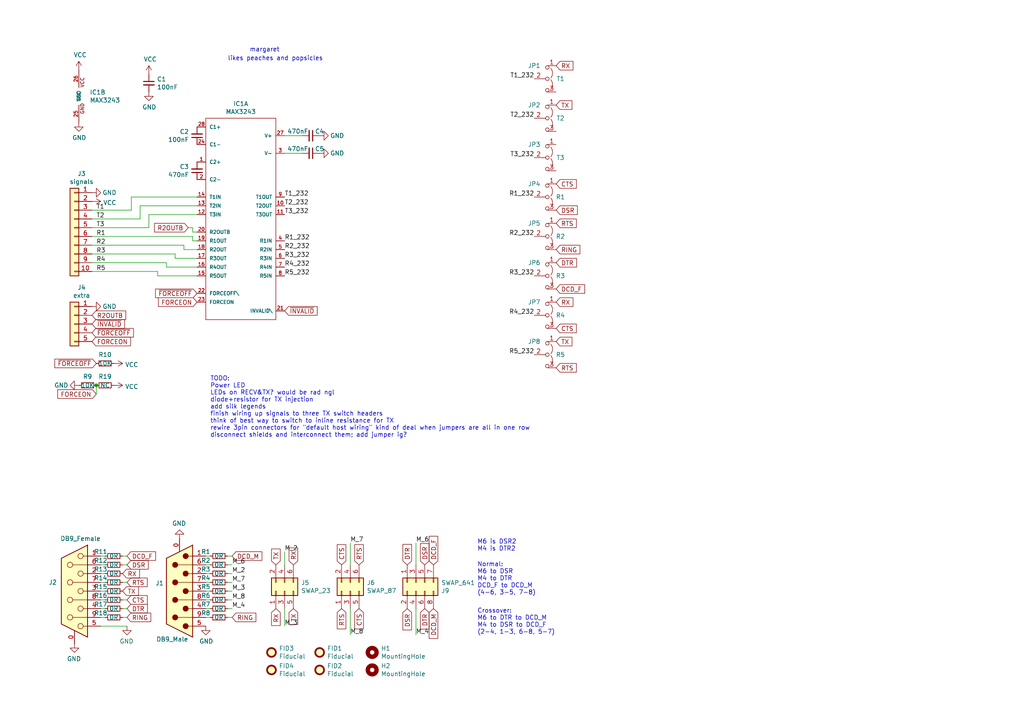
<source format=kicad_sch>
(kicad_sch (version 20230121) (generator eeschema)
  (paper "A4")
  (lib_symbols
    (symbol "Connector_Generic:Conn_01x05" (pin_names (offset 1.016) hide)
      (property "Reference" "J" (at 0 7.62 0))
      (property "Value" "Conn_01x05" (at 0 -7.62 0))
      (symbol "Conn_01x05_1_1"
        (rectangle (start -1.27 -4.953) (end 0 -5.207) (stroke (width 0.1524)))
        (rectangle (start -1.27 -2.413) (end 0 -2.667) (stroke (width 0.1524)))
        (rectangle (start -1.27 0.127) (end 0 -0.127) (stroke (width 0.1524)))
        (rectangle (start -1.27 2.667) (end 0 2.413) (stroke (width 0.1524)))
        (rectangle (start -1.27 5.207) (end 0 4.953) (stroke (width 0.1524)))
        (rectangle (start -1.27 6.35) (end 1.27 -6.35) (stroke (width 0.254)) (fill (type background)))
        (pin passive line (at -5.08 5.08 0) (length 3.81) (name "Pin_1") (number "1"))
        (pin passive line (at -5.08 2.54 0) (length 3.81) (name "Pin_2") (number "2"))
        (pin passive line (at -5.08 0 0) (length 3.81) (name "Pin_3") (number "3"))
        (pin passive line (at -5.08 -2.54 0) (length 3.81) (name "Pin_4") (number "4"))
        (pin passive line (at -5.08 -5.08 0) (length 3.81) (name "Pin_5") (number "5"))
      )
    )
    (symbol "Connector_Generic:Conn_01x10" (pin_names (offset 1.016) hide)
      (property "Reference" "J" (at 0 12.7 0))
      (property "Value" "Conn_01x10" (at 0 -15.24 0))
      (symbol "Conn_01x10_1_1"
        (rectangle (start -1.27 -12.573) (end 0 -12.827) (stroke (width 0.1524)))
        (rectangle (start -1.27 -10.033) (end 0 -10.287) (stroke (width 0.1524)))
        (rectangle (start -1.27 -7.493) (end 0 -7.747) (stroke (width 0.1524)))
        (rectangle (start -1.27 -4.953) (end 0 -5.207) (stroke (width 0.1524)))
        (rectangle (start -1.27 -2.413) (end 0 -2.667) (stroke (width 0.1524)))
        (rectangle (start -1.27 0.127) (end 0 -0.127) (stroke (width 0.1524)))
        (rectangle (start -1.27 2.667) (end 0 2.413) (stroke (width 0.1524)))
        (rectangle (start -1.27 5.207) (end 0 4.953) (stroke (width 0.1524)))
        (rectangle (start -1.27 7.747) (end 0 7.493) (stroke (width 0.1524)))
        (rectangle (start -1.27 10.287) (end 0 10.033) (stroke (width 0.1524)))
        (rectangle (start -1.27 11.43) (end 1.27 -13.97) (stroke (width 0.254)) (fill (type background)))
        (pin passive line (at -5.08 10.16 0) (length 3.81) (name "Pin_1") (number "1"))
        (pin passive line (at -5.08 -12.7 0) (length 3.81) (name "Pin_10") (number "10"))
        (pin passive line (at -5.08 7.62 0) (length 3.81) (name "Pin_2") (number "2"))
        (pin passive line (at -5.08 5.08 0) (length 3.81) (name "Pin_3") (number "3"))
        (pin passive line (at -5.08 2.54 0) (length 3.81) (name "Pin_4") (number "4"))
        (pin passive line (at -5.08 0 0) (length 3.81) (name "Pin_5") (number "5"))
        (pin passive line (at -5.08 -2.54 0) (length 3.81) (name "Pin_6") (number "6"))
        (pin passive line (at -5.08 -5.08 0) (length 3.81) (name "Pin_7") (number "7"))
        (pin passive line (at -5.08 -7.62 0) (length 3.81) (name "Pin_8") (number "8"))
        (pin passive line (at -5.08 -10.16 0) (length 3.81) (name "Pin_9") (number "9"))
      )
    )
    (symbol "Connector_Generic:Conn_02x03_Odd_Even" (pin_names (offset 1.016) hide)
      (property "Reference" "J" (at 1.27 5.08 0))
      (property "Value" "Conn_02x03_Odd_Even" (at 1.27 -5.08 0))
      (symbol "Conn_02x03_Odd_Even_1_1"
        (rectangle (start -1.27 -2.413) (end 0 -2.667) (stroke (width 0.1524)))
        (rectangle (start -1.27 0.127) (end 0 -0.127) (stroke (width 0.1524)))
        (rectangle (start -1.27 2.667) (end 0 2.413) (stroke (width 0.1524)))
        (rectangle (start -1.27 3.81) (end 3.81 -3.81) (stroke (width 0.254)) (fill (type background)))
        (rectangle (start 3.81 -2.413) (end 2.54 -2.667) (stroke (width 0.1524)))
        (rectangle (start 3.81 0.127) (end 2.54 -0.127) (stroke (width 0.1524)))
        (rectangle (start 3.81 2.667) (end 2.54 2.413) (stroke (width 0.1524)))
        (pin passive line (at -5.08 2.54 0) (length 3.81) (name "Pin_1") (number "1"))
        (pin passive line (at 7.62 2.54 180) (length 3.81) (name "Pin_2") (number "2"))
        (pin passive line (at -5.08 0 0) (length 3.81) (name "Pin_3") (number "3"))
        (pin passive line (at 7.62 0 180) (length 3.81) (name "Pin_4") (number "4"))
        (pin passive line (at -5.08 -2.54 0) (length 3.81) (name "Pin_5") (number "5"))
        (pin passive line (at 7.62 -2.54 180) (length 3.81) (name "Pin_6") (number "6"))
      )
    )
    (symbol "Connector_Generic:Conn_02x04_Odd_Even" (pin_names (offset 1.016) hide)
      (property "Reference" "J" (at 1.27 5.08 0))
      (property "Value" "Conn_02x04_Odd_Even" (at 1.27 -7.62 0))
      (symbol "Conn_02x04_Odd_Even_1_1"
        (rectangle (start -1.27 -4.953) (end 0 -5.207) (stroke (width 0.1524)))
        (rectangle (start -1.27 -2.413) (end 0 -2.667) (stroke (width 0.1524)))
        (rectangle (start -1.27 0.127) (end 0 -0.127) (stroke (width 0.1524)))
        (rectangle (start -1.27 2.667) (end 0 2.413) (stroke (width 0.1524)))
        (rectangle (start -1.27 3.81) (end 3.81 -6.35) (stroke (width 0.254)) (fill (type background)))
        (rectangle (start 3.81 -4.953) (end 2.54 -5.207) (stroke (width 0.1524)))
        (rectangle (start 3.81 -2.413) (end 2.54 -2.667) (stroke (width 0.1524)))
        (rectangle (start 3.81 0.127) (end 2.54 -0.127) (stroke (width 0.1524)))
        (rectangle (start 3.81 2.667) (end 2.54 2.413) (stroke (width 0.1524)))
        (pin passive line (at -5.08 2.54 0) (length 3.81) (name "Pin_1") (number "1"))
        (pin passive line (at 7.62 2.54 180) (length 3.81) (name "Pin_2") (number "2"))
        (pin passive line (at -5.08 0 0) (length 3.81) (name "Pin_3") (number "3"))
        (pin passive line (at 7.62 0 180) (length 3.81) (name "Pin_4") (number "4"))
        (pin passive line (at -5.08 -2.54 0) (length 3.81) (name "Pin_5") (number "5"))
        (pin passive line (at 7.62 -2.54 180) (length 3.81) (name "Pin_6") (number "6"))
        (pin passive line (at -5.08 -5.08 0) (length 3.81) (name "Pin_7") (number "7"))
        (pin passive line (at 7.62 -5.08 180) (length 3.81) (name "Pin_8") (number "8"))
      )
    )
    (symbol "Device:C_Small" (pin_numbers hide) (pin_names (offset 0.254) hide)
      (property "Reference" "C" (at 0.254 1.778 0))
      (property "Value" "C_Small" (at 0.254 -2.032 0))
      (symbol "C_Small_0_1"
        (polyline (pts (xy -1.524 -0.508) (xy 1.524 -0.508)) (stroke (width 0.3302)))
        (polyline (pts (xy -1.524 0.508) (xy 1.524 0.508)) (stroke (width 0.3048)))
      )
      (symbol "C_Small_1_1"
        (pin passive line (at 0 2.54 270) (length 2.032) (name "~") (number "1"))
        (pin passive line (at 0 -2.54 90) (length 2.032) (name "~") (number "2"))
      )
    )
    (symbol "Device:R_Small" (pin_numbers hide) (pin_names (offset 0.254) hide)
      (property "Reference" "R" (at 0.762 0.508 0))
      (property "Value" "R_Small" (at 0.762 -1.016 0))
      (symbol "R_Small_0_1"
        (rectangle (start -0.762 1.778) (end 0.762 -1.778) (stroke (width 0.2032)))
      )
      (symbol "R_Small_1_1"
        (pin passive line (at 0 2.54 270) (length 0.762) (name "~") (number "1"))
        (pin passive line (at 0 -2.54 90) (length 0.762) (name "~") (number "2"))
      )
    )
    (symbol "Mechanical:Fiducial"
      (property "Reference" "FID" (at 0 5.08 0))
      (property "Value" "Fiducial" (at 0 3.175 0))
      (symbol "Fiducial_0_1"
        (circle (center 0 0) (radius 1.27) (stroke (width 0.508)) (fill (type background)))
      )
    )
    (symbol "Mechanical:MountingHole" (pin_names (offset 1.016))
      (property "Reference" "H" (at 0 5.08 0))
      (property "Value" "MountingHole" (at 0 3.175 0))
      (symbol "MountingHole_0_1"
        (circle (center 0 0) (radius 1.27) (stroke (width 1.27)))
      )
    )
    (symbol "jumper_3_sane:Jumper_3_Open" (pin_names (offset 0) hide)
      (property "Reference" "JP" (at -2.54 -3.81 90))
      (property "Value" "Jumper_3_Open" (at 0 8.89 90))
      (symbol "Jumper_3_Open_0_0"
        (circle (center -3.302 0) (radius 0.508))
        (circle (center 0 0) (radius 0.508))
        (circle (center 3.302 0) (radius 0.508))
      )
      (symbol "Jumper_3_Open_0_1"
        (arc (start -0.254 1.016) (mid -1.651 1.4992) (end -3.048 1.016))
        (polyline (pts (xy 0 -0.508) (xy 0 -1.27)))
        (arc (start 3.048 1.016) (mid 1.651 1.4992) (end 0.254 1.016))
      )
      (symbol "Jumper_3_Open_1_1"
        (pin passive line (at -3.81 2.54 270) (length 2.54) (name "A") (number "1"))
        (pin input line (at 0 -3.81 90) (length 2.54) (name "C") (number "2"))
        (pin passive line (at 3.81 2.54 270) (length 2.54) (name "B") (number "3"))
      )
    )
    (symbol "max3243:MAX3243" (pin_names (offset 1.016))
      (property "Reference" "IC" (at -10.16 28.575 0))
      (property "Value" "MAX3243" (at -10.16 -33.02 0))
      (symbol "MAX3243_1_0"
        (polyline (pts (xy -10.16 27.94) (xy -10.16 -30.48)))
        (polyline (pts (xy -10.16 27.94) (xy 10.16 27.94)))
        (polyline (pts (xy 10.16 -30.48) (xy -10.16 -30.48)))
        (polyline (pts (xy 10.16 -30.48) (xy 10.16 27.94)))
      )
      (symbol "MAX3243_1_1"
        (pin passive line (at -12.7 15.24 0) (length 2.54) (name "C2+") (number "1"))
        (pin output line (at 12.7 2.54 180) (length 2.54) (name "T2OUT") (number "10"))
        (pin output line (at 12.7 0 180) (length 2.54) (name "T3OUT") (number "11"))
        (pin input line (at -12.7 0 0) (length 2.54) (name "T3IN") (number "12"))
        (pin input line (at -12.7 2.54 0) (length 2.54) (name "T2IN") (number "13"))
        (pin input line (at -12.7 5.08 0) (length 2.54) (name "T1IN") (number "14"))
        (pin output line (at -12.7 -17.78 0) (length 2.54) (name "R5OUT") (number "15"))
        (pin output line (at -12.7 -15.24 0) (length 2.54) (name "R4OUT") (number "16"))
        (pin output line (at -12.7 -12.7 0) (length 2.54) (name "R3OUT") (number "17"))
        (pin output line (at -12.7 -10.16 0) (length 2.54) (name "R2OUT") (number "18"))
        (pin output line (at -12.7 -7.62 0) (length 2.54) (name "R1OUT") (number "19"))
        (pin passive line (at -12.7 10.16 0) (length 2.54) (name "C2-") (number "2"))
        (pin output line (at -12.7 -5.08 0) (length 2.54) (name "R2OUTB") (number "20"))
        (pin input line (at 12.7 -27.94 180) (length 2.54) (name "INVALID\\") (number "21"))
        (pin input line (at -12.7 -22.86 0) (length 2.54) (name "FORCEOFF\\") (number "22"))
        (pin input line (at -12.7 -25.4 0) (length 2.54) (name "FORCEON") (number "23"))
        (pin passive line (at -12.7 20.32 0) (length 2.54) (name "C1-") (number "24"))
        (pin passive line (at 12.7 22.86 180) (length 2.54) (name "V+") (number "27"))
        (pin passive line (at -12.7 25.4 0) (length 2.54) (name "C1+") (number "28"))
        (pin passive line (at 12.7 17.78 180) (length 2.54) (name "V-") (number "3"))
        (pin input line (at 12.7 -7.62 180) (length 2.54) (name "R1IN") (number "4"))
        (pin input line (at 12.7 -10.16 180) (length 2.54) (name "R2IN") (number "5"))
        (pin input line (at 12.7 -12.7 180) (length 2.54) (name "R3IN") (number "6"))
        (pin input line (at 12.7 -15.24 180) (length 2.54) (name "R4IN") (number "7"))
        (pin input line (at 12.7 -17.78 180) (length 2.54) (name "R5IN") (number "8"))
        (pin output line (at 12.7 5.08 180) (length 2.54) (name "T1OUT") (number "9"))
      )
      (symbol "MAX3243_2_0"
        (text "GND" (at 1.016 -3.556 1) (effects (font (size 1.016 1.016))))
        (text "VCC" (at 1.016 4.064 1) (effects (font (size 1.016 1.016))))
      )
      (symbol "MAX3243_2_1"
        (pin power_in line (at 0 -7.62 90) (length 5.08) (name "GND") (number "25"))
        (pin power_in line (at 0 7.62 270) (length 5.08) (name "VCC") (number "26"))
      )
    )
    (symbol "power:GND" (power) (pin_names (offset 0))
      (property "Value" "GND" (at 0 -3.81 0))
      (symbol "GND_0_1"
        (polyline (pts (xy 0 0) (xy 0 -1.27) (xy 1.27 -1.27) (xy 0 -2.54) (xy -1.27 -1.27) (xy 0 -1.27)))
      )
      (symbol "GND_1_1"
        (pin power_in line (at 0 0 270) (length 0) hide (name "GND") (number "1"))
      )
    )
    (symbol "power:VCC" (power) (pin_names (offset 0))
      (property "Value" "VCC" (at 0 3.81 0))
      (symbol "VCC_0_1"
        (polyline (pts (xy -0.762 1.27) (xy 0 2.54)))
        (polyline (pts (xy 0 0) (xy 0 2.54)))
        (polyline (pts (xy 0 2.54) (xy 0.762 1.27)))
      )
      (symbol "VCC_1_1"
        (pin power_in line (at 0 0 90) (length 0) hide (name "VCC") (number "1"))
      )
    )
    (symbol "rs232_sniffer_board-rescue:DB9_Female_MountingHoles-Connector" (pin_names (offset 1.016) hide)
      (property "Reference" "J" (at 0 16.51 0))
      (property "Value" "Connector_DB9_Female_MountingHoles" (at 0 14.605 0))
      (symbol "DB9_Female_MountingHoles-Connector_0_1"
        (circle (center -1.778 -10.16) (radius 0.762))
        (circle (center -1.778 -5.08) (radius 0.762))
        (circle (center -1.778 0) (radius 0.762))
        (circle (center -1.778 5.08) (radius 0.762))
        (circle (center -1.778 10.16) (radius 0.762))
        (polyline (pts (xy -3.81 -10.16) (xy -2.54 -10.16)))
        (polyline (pts (xy -3.81 -7.62) (xy 0.508 -7.62)))
        (polyline (pts (xy -3.81 -5.08) (xy -2.54 -5.08)))
        (polyline (pts (xy -3.81 -2.54) (xy 0.508 -2.54)))
        (polyline (pts (xy -3.81 0) (xy -2.54 0)))
        (polyline (pts (xy -3.81 2.54) (xy 0.508 2.54)))
        (polyline (pts (xy -3.81 5.08) (xy -2.54 5.08)))
        (polyline (pts (xy -3.81 7.62) (xy 0.508 7.62)))
        (polyline (pts (xy -3.81 10.16) (xy -2.54 10.16)))
        (polyline (pts (xy -3.81 13.335) (xy -3.81 -13.335) (xy 3.81 -9.525) (xy 3.81 9.525) (xy -3.81 13.335)) (stroke (width 0.254)) (fill (type background)))
        (circle (center 1.27 -7.62) (radius 0.762))
        (circle (center 1.27 -2.54) (radius 0.762))
        (circle (center 1.27 2.54) (radius 0.762))
        (circle (center 1.27 7.62) (radius 0.762))
      )
      (symbol "DB9_Female_MountingHoles-Connector_1_1"
        (pin passive line (at 0 -15.24 90) (length 3.81) (name "PAD") (number "0"))
        (pin passive line (at -7.62 10.16 0) (length 3.81) (name "1") (number "1"))
        (pin passive line (at -7.62 5.08 0) (length 3.81) (name "2") (number "2"))
        (pin passive line (at -7.62 0 0) (length 3.81) (name "3") (number "3"))
        (pin passive line (at -7.62 -5.08 0) (length 3.81) (name "4") (number "4"))
        (pin passive line (at -7.62 -10.16 0) (length 3.81) (name "5") (number "5"))
        (pin passive line (at -7.62 7.62 0) (length 3.81) (name "6") (number "6"))
        (pin passive line (at -7.62 2.54 0) (length 3.81) (name "7") (number "7"))
        (pin passive line (at -7.62 -2.54 0) (length 3.81) (name "8") (number "8"))
        (pin passive line (at -7.62 -7.62 0) (length 3.81) (name "9") (number "9"))
      )
    )
    (symbol "rs232_sniffer_board-rescue:DB9_Male_MountingHoles-Connector" (pin_names (offset 1.016) hide)
      (property "Reference" "J" (at 0 16.51 0))
      (property "Value" "Connector_DB9_Male_MountingHoles" (at 0 14.605 0))
      (symbol "DB9_Male_MountingHoles-Connector_0_1"
        (circle (center -1.778 -10.16) (radius 0.762) (fill (type outline)))
        (circle (center -1.778 -5.08) (radius 0.762) (fill (type outline)))
        (circle (center -1.778 0) (radius 0.762) (fill (type outline)))
        (circle (center -1.778 5.08) (radius 0.762) (fill (type outline)))
        (circle (center -1.778 10.16) (radius 0.762) (fill (type outline)))
        (polyline (pts (xy -3.81 -10.16) (xy -2.54 -10.16)))
        (polyline (pts (xy -3.81 -7.62) (xy 0.508 -7.62)))
        (polyline (pts (xy -3.81 -5.08) (xy -2.54 -5.08)))
        (polyline (pts (xy -3.81 -2.54) (xy 0.508 -2.54)))
        (polyline (pts (xy -3.81 0) (xy -2.54 0)))
        (polyline (pts (xy -3.81 2.54) (xy 0.508 2.54)))
        (polyline (pts (xy -3.81 5.08) (xy -2.54 5.08)))
        (polyline (pts (xy -3.81 7.62) (xy 0.508 7.62)))
        (polyline (pts (xy -3.81 10.16) (xy -2.54 10.16)))
        (polyline (pts (xy -3.81 -13.335) (xy -3.81 13.335) (xy 3.81 9.525) (xy 3.81 -9.525) (xy -3.81 -13.335)) (stroke (width 0.254)) (fill (type background)))
        (circle (center 1.27 -7.62) (radius 0.762) (fill (type outline)))
        (circle (center 1.27 -2.54) (radius 0.762) (fill (type outline)))
        (circle (center 1.27 2.54) (radius 0.762) (fill (type outline)))
        (circle (center 1.27 7.62) (radius 0.762) (fill (type outline)))
      )
      (symbol "DB9_Male_MountingHoles-Connector_1_1"
        (pin passive line (at 0 -15.24 90) (length 3.81) (name "PAD") (number "0"))
        (pin passive line (at -7.62 -10.16 0) (length 3.81) (name "1") (number "1"))
        (pin passive line (at -7.62 -5.08 0) (length 3.81) (name "2") (number "2"))
        (pin passive line (at -7.62 0 0) (length 3.81) (name "3") (number "3"))
        (pin passive line (at -7.62 5.08 0) (length 3.81) (name "4") (number "4"))
        (pin passive line (at -7.62 10.16 0) (length 3.81) (name "5") (number "5"))
        (pin passive line (at -7.62 -7.62 0) (length 3.81) (name "6") (number "6"))
        (pin passive line (at -7.62 -2.54 0) (length 3.81) (name "7") (number "7"))
        (pin passive line (at -7.62 2.54 0) (length 3.81) (name "8") (number "8"))
        (pin passive line (at -7.62 7.62 0) (length 3.81) (name "9") (number "9"))
      )
    )
  )
  (junction (at 27.94 111.76))
  (wire (pts (xy 43.18 62.23) (xy 57.15 62.23)))
  (wire (pts (xy 26.67 73.66) (xy 50.8 73.66)))
  (wire (pts (xy 36.83 176.53) (xy 35.56 176.53)))
  (wire (pts (xy 48.26 76.2) (xy 48.26 77.47)))
  (wire (pts (xy 26.67 60.96) (xy 38.1 60.96)))
  (wire (pts (xy 30.48 166.37) (xy 29.21 166.37)))
  (wire (pts (xy 60.96 168.91) (xy 59.69 168.91)))
  (wire (pts (xy 82.55 181.61) (xy 82.55 176.53)))
  (wire (pts (xy 29.21 179.07) (xy 30.48 179.07)))
  (wire (pts (xy 60.96 173.99) (xy 59.69 173.99)))
  (wire (pts (xy 43.18 66.04) (xy 43.18 62.23)))
  (wire (pts (xy 29.21 163.83) (xy 30.48 163.83)))
  (wire (pts (xy 60.96 163.83) (xy 59.69 163.83)))
  (wire (pts (xy 53.34 71.12) (xy 53.34 72.39)))
  (wire (pts (xy 54.61 66.04) (xy 55.88 66.04)))
  (wire (pts (xy 59.69 166.37) (xy 60.96 166.37)))
  (wire (pts (xy 66.04 161.29) (xy 67.31 161.29)))
  (wire (pts (xy 67.31 173.99) (xy 66.04 173.99)))
  (wire (pts (xy 38.1 57.15) (xy 57.15 57.15)))
  (wire (pts (xy 55.88 66.04) (xy 55.88 67.31)))
  (wire (pts (xy 40.64 59.69) (xy 40.64 63.5)))
  (wire (pts (xy 120.65 176.53) (xy 120.65 184.15)))
  (wire (pts (xy 35.56 173.99) (xy 36.83 173.99)))
  (wire (pts (xy 120.65 163.83) (xy 120.65 157.48)))
  (wire (pts (xy 35.56 163.83) (xy 36.83 163.83)))
  (wire (pts (xy 38.1 60.96) (xy 38.1 57.15)))
  (wire (pts (xy 59.69 176.53) (xy 60.96 176.53)))
  (wire (pts (xy 30.48 161.29) (xy 29.21 161.29)))
  (wire (pts (xy 29.21 173.99) (xy 30.48 173.99)))
  (wire (pts (xy 82.55 44.45) (xy 87.63 44.45)))
  (wire (pts (xy 66.04 166.37) (xy 67.31 166.37)))
  (wire (pts (xy 59.69 161.29) (xy 60.96 161.29)))
  (wire (pts (xy 66.04 176.53) (xy 67.31 176.53)))
  (wire (pts (xy 35.56 179.07) (xy 36.83 179.07)))
  (wire (pts (xy 29.21 168.91) (xy 30.48 168.91)))
  (wire (pts (xy 82.55 163.83) (xy 82.55 160.02)))
  (wire (pts (xy 101.6 176.53) (xy 101.6 184.15)))
  (wire (pts (xy 26.67 76.2) (xy 48.26 76.2)))
  (wire (pts (xy 101.6 157.48) (xy 101.6 163.83)))
  (wire (pts (xy 66.04 171.45) (xy 67.31 171.45)))
  (wire (pts (xy 55.88 67.31) (xy 57.15 67.31)))
  (wire (pts (xy 59.69 171.45) (xy 60.96 171.45)))
  (wire (pts (xy 26.67 66.04) (xy 43.18 66.04)))
  (wire (pts (xy 55.88 69.85) (xy 57.15 69.85)))
  (wire (pts (xy 53.34 72.39) (xy 57.15 72.39)))
  (wire (pts (xy 67.31 168.91) (xy 66.04 168.91)))
  (wire (pts (xy 40.64 59.69) (xy 57.15 59.69)))
  (wire (pts (xy 30.48 171.45) (xy 29.21 171.45)))
  (wire (pts (xy 36.83 181.61) (xy 29.21 181.61)))
  (wire (pts (xy 48.26 77.47) (xy 57.15 77.47)))
  (wire (pts (xy 67.31 163.83) (xy 66.04 163.83)))
  (wire (pts (xy 26.67 68.58) (xy 55.88 68.58)))
  (wire (pts (xy 45.72 80.01) (xy 57.15 80.01)))
  (wire (pts (xy 45.72 78.74) (xy 45.72 80.01)))
  (wire (pts (xy 26.67 71.12) (xy 53.34 71.12)))
  (wire (pts (xy 60.96 179.07) (xy 59.69 179.07)))
  (wire (pts (xy 50.8 73.66) (xy 50.8 74.93)))
  (wire (pts (xy 50.8 74.93) (xy 57.15 74.93)))
  (wire (pts (xy 27.94 114.3) (xy 27.94 111.76)))
  (wire (pts (xy 40.64 63.5) (xy 26.67 63.5)))
  (wire (pts (xy 67.31 179.07) (xy 66.04 179.07)))
  (wire (pts (xy 30.48 176.53) (xy 29.21 176.53)))
  (wire (pts (xy 87.63 39.37) (xy 82.55 39.37)))
  (wire (pts (xy 35.56 168.91) (xy 36.83 168.91)))
  (wire (pts (xy 26.67 78.74) (xy 45.72 78.74)))
  (wire (pts (xy 36.83 161.29) (xy 35.56 161.29)))
  (wire (pts (xy 55.88 68.58) (xy 55.88 69.85)))
  (text "margaret" (at 72.39 15.24 0) (effects (font (size 1.27 1.27)) (justify left bottom)))
  (text "Crossover:\nM6 to DTR to DCD_M\nM4 to DSR to DCD_F\n(2-4, 1-3, 6-8, 5-7)" (at 138.43 184.15 0) (effects (font (size 1.27 1.27)) (justify left bottom)))
  (text "M6 is DSR2\nM4 is DTR2" (at 138.43 160.02 0) (effects (font (size 1.27 1.27)) (justify left bottom)))
  (text "TODO:\nPower LED\nLEDs on RECV&TX? would be rad ngl\ndiode+resistor for TX injection\nadd silk legends\nfinish wiring up signals to three TX switch headers\nthink of best way to switch to inline resistance for TX\nrewire 3pin connectors for \"default host wiring\" kind of deal when jumpers are all in one row\ndisconnect shields and interconnect them; add jumper ig?" (at 60.96 127 0) (effects (font (size 1.27 1.27)) (justify left bottom)))
  (text "likes peaches and popsicles" (at 66.04 17.78 0) (effects (font (size 1.27 1.27)) (justify left bottom)))
  (text "Normal:\nM6 to DSR\nM4 to DTR\nDCD_F to DCD_M\n(4-6, 3-5, 7-8)" (at 138.43 172.72 0) (effects (font (size 1.27 1.27)) (justify left bottom)))
  (label "M_6" (at 120.65 157.48 0))
  (label "R4" (at 27.94 76.2 0))
  (label "M_2" (at 82.55 160.02 0))
  (label "M_7" (at 101.6 157.48 0))
  (label "R3_232" (at 154.94 80.01 180))
  (label "M_8" (at 101.6 184.15 0))
  (label "R4_232" (at 82.55 77.47 0))
  (label "T3_232" (at 154.94 45.72 180))
  (label "R2_232" (at 154.94 68.58 180))
  (label "R3" (at 27.94 73.66 0))
  (label "M_2" (at 67.31 166.37 0))
  (label "M_4" (at 120.65 184.15 0))
  (label "M_3" (at 82.55 181.61 0))
  (label "T2_232" (at 154.94 34.29 180))
  (label "R1" (at 27.94 68.58 0))
  (label "T3" (at 27.94 66.04 0))
  (label "T1_232" (at 154.94 22.86 180))
  (label "M_3" (at 67.31 171.45 0))
  (label "R4_232" (at 154.94 91.44 180))
  (label "T1" (at 27.94 60.96 0))
  (label "M_7" (at 67.31 168.91 0))
  (label "R5_232" (at 82.55 80.01 0))
  (label "M_8" (at 67.31 173.99 0))
  (label "T1_232" (at 82.55 57.15 0))
  (label "R1_232" (at 82.55 69.85 0))
  (label "M_6" (at 67.31 163.83 0))
  (label "R1_232" (at 154.94 57.15 180))
  (label "T2" (at 27.94 63.5 0))
  (label "R2" (at 27.94 71.12 0))
  (label "R5_232" (at 154.94 102.87 180))
  (label "T2_232" (at 82.55 59.69 0))
  (label "R3_232" (at 82.55 74.93 0))
  (label "R2_232" (at 82.55 72.39 0))
  (label "M_4" (at 67.31 176.53 0))
  (label "R5" (at 27.94 78.74 0))
  (label "T3_232" (at 82.55 62.23 0))
  (global_label "RTS" (shape input) (at 104.14 163.83 90) (property "Intersheetrefs" "${INTERSHEET_REFS}" (effects hide)))
  (global_label "~{FORCEOFF}" (shape input) (at 57.15 85.09 180) (property "Intersheetrefs" "${INTERSHEET_REFS}" (effects hide)))
  (global_label "CTS" (shape input) (at 36.83 173.99 0) (property "Intersheetrefs" "${INTERSHEET_REFS}" (effects hide)))
  (global_label "~{FORCEOFF}" (shape input) (at 26.67 96.52 0) (property "Intersheetrefs" "${INTERSHEET_REFS}" (effects hide)))
  (global_label "RX" (shape input) (at 85.09 163.83 90) (property "Intersheetrefs" "${INTERSHEET_REFS}" (effects hide)))
  (global_label "~{INVALID}" (shape input) (at 26.67 93.98 0) (property "Intersheetrefs" "${INTERSHEET_REFS}" (effects hide)))
  (global_label "FORCEON" (shape input) (at 57.15 87.63 180) (property "Intersheetrefs" "${INTERSHEET_REFS}" (effects hide)))
  (global_label "RTS" (shape input) (at 161.29 106.68 0) (property "Intersheetrefs" "${INTERSHEET_REFS}" (effects hide)))
  (global_label "DCD_F" (shape input) (at 36.83 161.29 0) (property "Intersheetrefs" "${INTERSHEET_REFS}" (effects hide)))
  (global_label "~{FORCEOFF}" (shape input) (at 27.94 105.41 180) (property "Intersheetrefs" "${INTERSHEET_REFS}" (effects hide)))
  (global_label "FORCEON" (shape input) (at 27.94 114.3 180) (property "Intersheetrefs" "${INTERSHEET_REFS}" (effects hide)))
  (global_label "CTS" (shape input) (at 161.29 95.25 0) (property "Intersheetrefs" "${INTERSHEET_REFS}" (effects hide)))
  (global_label "DSR" (shape input) (at 36.83 163.83 0) (property "Intersheetrefs" "${INTERSHEET_REFS}" (effects hide)))
  (global_label "CTS" (shape input) (at 104.14 176.53 270) (property "Intersheetrefs" "${INTERSHEET_REFS}" (effects hide)))
  (global_label "RX" (shape input) (at 35.56 166.37 0) (property "Intersheetrefs" "${INTERSHEET_REFS}" (effects hide)))
  (global_label "TX" (shape input) (at 35.56 171.45 0) (property "Intersheetrefs" "${INTERSHEET_REFS}" (effects hide)))
  (global_label "RING" (shape input) (at 161.29 72.39 0) (property "Intersheetrefs" "${INTERSHEET_REFS}" (effects hide)))
  (global_label "R2OUTB" (shape input) (at 54.61 66.04 180) (property "Intersheetrefs" "${INTERSHEET_REFS}" (effects hide)))
  (global_label "CTS" (shape input) (at 161.29 53.34 0) (property "Intersheetrefs" "${INTERSHEET_REFS}" (effects hide)))
  (global_label "RTS" (shape input) (at 161.29 64.77 0) (property "Intersheetrefs" "${INTERSHEET_REFS}" (effects hide)))
  (global_label "RX" (shape input) (at 80.01 176.53 270) (property "Intersheetrefs" "${INTERSHEET_REFS}" (effects hide)))
  (global_label "DCD_F" (shape input) (at 125.73 163.83 90) (property "Intersheetrefs" "${INTERSHEET_REFS}" (effects hide)))
  (global_label "RING" (shape input) (at 36.83 179.07 0) (property "Intersheetrefs" "${INTERSHEET_REFS}" (effects hide)))
  (global_label "R2OUTB" (shape input) (at 26.67 91.44 0) (property "Intersheetrefs" "${INTERSHEET_REFS}" (effects hide)))
  (global_label "RING" (shape input) (at 67.31 179.07 0) (property "Intersheetrefs" "${INTERSHEET_REFS}" (effects hide)))
  (global_label "CTS" (shape input) (at 99.06 163.83 90) (property "Intersheetrefs" "${INTERSHEET_REFS}" (effects hide)))
  (global_label "TX" (shape input) (at 161.29 30.48 0) (property "Intersheetrefs" "${INTERSHEET_REFS}" (effects hide)))
  (global_label "TX" (shape input) (at 161.29 99.06 0) (property "Intersheetrefs" "${INTERSHEET_REFS}" (effects hide)))
  (global_label "DSR" (shape input) (at 118.11 176.53 270) (property "Intersheetrefs" "${INTERSHEET_REFS}" (effects hide)))
  (global_label "DTR" (shape input) (at 123.19 176.53 270) (property "Intersheetrefs" "${INTERSHEET_REFS}" (effects hide)))
  (global_label "DCD_F" (shape input) (at 161.29 83.82 0) (property "Intersheetrefs" "${INTERSHEET_REFS}" (effects hide)))
  (global_label "~{INVALID}" (shape input) (at 82.55 90.17 0) (property "Intersheetrefs" "${INTERSHEET_REFS}" (effects hide)))
  (global_label "RX" (shape input) (at 161.29 87.63 0) (property "Intersheetrefs" "${INTERSHEET_REFS}" (effects hide)))
  (global_label "DCD_M" (shape input) (at 67.31 161.29 0) (property "Intersheetrefs" "${INTERSHEET_REFS}" (effects hide)))
  (global_label "TX" (shape input) (at 80.01 163.83 90) (property "Intersheetrefs" "${INTERSHEET_REFS}" (effects hide)))
  (global_label "DSR" (shape input) (at 123.19 163.83 90) (property "Intersheetrefs" "${INTERSHEET_REFS}" (effects hide)))
  (global_label "RTS" (shape input) (at 99.06 176.53 270) (property "Intersheetrefs" "${INTERSHEET_REFS}" (effects hide)))
  (global_label "DSR" (shape input) (at 161.29 60.96 0) (property "Intersheetrefs" "${INTERSHEET_REFS}" (effects hide)))
  (global_label "RX" (shape input) (at 161.29 19.05 0) (property "Intersheetrefs" "${INTERSHEET_REFS}" (effects hide)))
  (global_label "FORCEON" (shape input) (at 26.67 99.06 0) (property "Intersheetrefs" "${INTERSHEET_REFS}" (effects hide)))
  (global_label "DTR" (shape input) (at 118.11 163.83 90) (property "Intersheetrefs" "${INTERSHEET_REFS}" (effects hide)))
  (global_label "DTR" (shape input) (at 161.29 76.2 0) (property "Intersheetrefs" "${INTERSHEET_REFS}" (effects hide)))
  (global_label "RTS" (shape input) (at 36.83 168.91 0) (property "Intersheetrefs" "${INTERSHEET_REFS}" (effects hide)))
  (global_label "TX" (shape input) (at 85.09 176.53 270) (property "Intersheetrefs" "${INTERSHEET_REFS}" (effects hide)))
  (global_label "DCD_M" (shape input) (at 125.73 176.53 270) (property "Intersheetrefs" "${INTERSHEET_REFS}" (effects hide)))
  (global_label "DTR" (shape input) (at 36.83 176.53 0) (property "Intersheetrefs" "${INTERSHEET_REFS}" (effects hide)))
  (symbol (lib_id "rs232_sniffer_board-rescue:DB9_Female_MountingHoles-Connector") (at 21.59 171.45 0) (mirror y) (unit 1)
    (property "Reference" "J2" (at 16.51 168.91 0) (effects (justify left)))
    (property "Value" "DB9_Female" (at 29.21 156.21 0) (effects (justify left)))
    (property "Footprint" "Connector_Dsub:DSUB-9_Female_Horizontal_P2.77x2.84mm_EdgePinOffset4.94mm_Housed_MountingHolesOffset7.48mm" (effects hide))
    (property "Datasheet" " ~" (effects hide))
  )
  (symbol (lib_id "rs232_sniffer_board-rescue:DB9_Male_MountingHoles-Connector") (at 52.07 171.45 180) (unit 1)
    (property "Reference" "J1" (at 47.498 169.1386 0) (effects (justify left)))
    (property "Value" "DB9_Male" (at 54.61 185.42 0) (effects (justify left)))
    (property "Footprint" "Connector_Dsub:DSUB-9_Male_Horizontal_P2.77x2.84mm_EdgePinOffset4.94mm_Housed_MountingHolesOffset7.48mm" (effects hide))
    (property "Datasheet" " ~" (effects hide))
  )
  (symbol (lib_id "power:GND") (at 59.69 181.61 0) (unit 1)
    (property "Reference" "#PWR0104" (effects hide))
    (property "Value" "GND" (at 59.817 186.0042 0))
  )
  (symbol (lib_id "power:GND") (at 36.83 181.61 0) (mirror y) (unit 1)
    (property "Reference" "#PWR0101" (effects hide))
    (property "Value" "GND" (at 36.703 186.0042 0))
  )
  (symbol (lib_id "power:GND") (at 52.07 156.21 180) (unit 1)
    (property "Reference" "#PWR0102" (effects hide))
    (property "Value" "GND" (at 51.943 151.8158 0))
  )
  (symbol (lib_id "power:GND") (at 21.59 186.69 0) (mirror y) (unit 1)
    (property "Reference" "#PWR0103" (effects hide))
    (property "Value" "GND" (at 21.463 191.0842 0))
  )
  (symbol (lib_id "Device:C_Small") (at 90.17 39.37 270) (unit 1)
    (property "Reference" "C4" (at 92.71 38.1 90))
    (property "Value" "470nF" (at 86.36 38.1 90))
    (property "Footprint" "Capacitor_SMD:C_0805_2012Metric" (effects hide))
  )
  (symbol (lib_id "Device:C_Small") (at 90.17 44.45 270) (unit 1)
    (property "Reference" "C5" (at 92.71 43.18 90))
    (property "Value" "470nF" (at 86.36 43.18 90))
    (property "Footprint" "Capacitor_SMD:C_0805_2012Metric" (effects hide))
  )
  (symbol (lib_id "power:GND") (at 92.71 44.45 90) (unit 1)
    (property "Reference" "#PWR0105" (effects hide))
    (property "Value" "GND" (at 97.79 44.45 90))
  )
  (symbol (lib_id "power:GND") (at 92.71 39.37 90) (unit 1)
    (property "Reference" "#PWR0106" (effects hide))
    (property "Value" "GND" (at 97.79 39.37 90))
  )
  (symbol (lib_id "Device:C_Small") (at 43.18 24.13 0) (unit 1)
    (property "Reference" "C1" (at 45.5168 22.9616 0) (effects (justify left)))
    (property "Value" "100nF" (at 45.5168 25.273 0) (effects (justify left)))
    (property "Footprint" "Capacitor_SMD:C_0805_2012Metric" (effects hide))
  )
  (symbol (lib_id "power:GND") (at 43.18 26.67 0) (unit 1)
    (property "Reference" "#PWR0108" (effects hide))
    (property "Value" "GND" (at 43.307 31.0642 0))
  )
  (symbol (lib_id "Connector_Generic:Conn_02x03_Odd_Even") (at 101.6 171.45 90) (unit 1)
    (property "Reference" "J6" (at 106.3752 169.0116 90) (effects (justify right)))
    (property "Value" "SWAP_87" (at 106.3752 171.323 90) (effects (justify right)))
    (property "Footprint" "Connector_PinHeader_2.54mm:PinHeader_2x03_P2.54mm_Vertical" (effects hide))
  )
  (symbol (lib_id "max3243:MAX3243") (at 69.85 62.23 0) (unit 1)
    (property "Reference" "IC1" (at 69.85 30.099 0))
    (property "Value" "MAX3243" (at 69.85 32.4104 0))
    (property "Footprint" "Package_SO:SSOP-28_5.3x10.2mm_P0.65mm" (effects hide))
  )
  (symbol (lib_id "Connector_Generic:Conn_02x04_Odd_Even") (at 120.65 168.91 90) (mirror x) (unit 1)
    (property "Reference" "J9" (at 127.9652 171.3484 90) (effects (justify right)))
    (property "Value" "SWAP_641" (at 127.9652 169.037 90) (effects (justify right)))
    (property "Footprint" "Connector_PinHeader_2.54mm:PinHeader_2x04_P2.54mm_Vertical" (effects hide))
  )
  (symbol (lib_id "max3243:MAX3243") (at 22.86 27.94 0) (unit 2)
    (property "Reference" "IC1" (at 26.035 26.7716 0) (effects (justify left)))
    (property "Value" "MAX3243" (at 26.035 29.083 0) (effects (justify left)))
    (property "Footprint" "Package_SO:SSOP-28_5.3x10.2mm_P0.65mm" (effects hide))
  )
  (symbol (lib_id "Mechanical:MountingHole") (at 107.95 194.31 0) (unit 1)
    (property "Reference" "H2" (at 110.49 193.1416 0) (effects (justify left)))
    (property "Value" "MountingHole" (at 110.49 195.453 0) (effects (justify left)))
    (property "Footprint" "MountingHole:MountingHole_5mm" (effects hide))
  )
  (symbol (lib_id "Mechanical:Fiducial") (at 92.71 189.23 0) (unit 1)
    (property "Reference" "FID1" (at 94.869 188.0616 0) (effects (justify left)))
    (property "Value" "Fiducial" (at 94.869 190.373 0) (effects (justify left)))
    (property "Footprint" "Fiducial:Fiducial_1.5mm_Mask3mm" (effects hide))
  )
  (symbol (lib_id "Mechanical:MountingHole") (at 107.95 189.23 0) (unit 1)
    (property "Reference" "H1" (at 110.49 188.0616 0) (effects (justify left)))
    (property "Value" "MountingHole" (at 110.49 190.373 0) (effects (justify left)))
    (property "Footprint" "MountingHole:MountingHole_5mm" (effects hide))
  )
  (symbol (lib_id "Mechanical:Fiducial") (at 92.71 194.31 0) (unit 1)
    (property "Reference" "FID2" (at 94.869 193.1416 0) (effects (justify left)))
    (property "Value" "Fiducial" (at 94.869 195.453 0) (effects (justify left)))
    (property "Footprint" "Fiducial:Fiducial_1.5mm_Mask3mm" (effects hide))
  )
  (symbol (lib_id "Mechanical:Fiducial") (at 78.74 189.23 0) (unit 1)
    (property "Reference" "FID3" (at 80.899 188.0616 0) (effects (justify left)))
    (property "Value" "Fiducial" (at 80.899 190.373 0) (effects (justify left)))
    (property "Footprint" "Fiducial:Fiducial_1.5mm_Mask3mm" (effects hide))
  )
  (symbol (lib_id "Mechanical:Fiducial") (at 78.74 194.31 0) (unit 1)
    (property "Reference" "FID4" (at 80.899 193.1416 0) (effects (justify left)))
    (property "Value" "Fiducial" (at 80.899 195.453 0) (effects (justify left)))
    (property "Footprint" "Fiducial:Fiducial_1.5mm_Mask3mm" (effects hide))
  )
  (symbol (lib_id "power:VCC") (at 22.86 20.32 0) (unit 1)
    (property "Reference" "#PWR0107" (effects hide))
    (property "Value" "VCC" (at 23.241 15.9258 0))
  )
  (symbol (lib_id "power:GND") (at 22.86 35.56 0) (unit 1)
    (property "Reference" "#PWR0109" (effects hide))
    (property "Value" "GND" (at 22.987 39.9542 0))
  )
  (symbol (lib_id "Device:C_Small") (at 57.15 39.37 0) (mirror x) (unit 1)
    (property "Reference" "C2" (at 54.8132 38.2016 0) (effects (justify right)))
    (property "Value" "100nF" (at 54.8132 40.513 0) (effects (justify right)))
    (property "Footprint" "Capacitor_SMD:C_0805_2012Metric" (effects hide))
  )
  (symbol (lib_id "Device:C_Small") (at 57.15 49.53 0) (mirror x) (unit 1)
    (property "Reference" "C3" (at 54.8132 48.3616 0) (effects (justify right)))
    (property "Value" "470nF" (at 54.8132 50.673 0) (effects (justify right)))
    (property "Footprint" "Capacitor_SMD:C_0805_2012Metric" (effects hide))
  )
  (symbol (lib_id "Connector_Generic:Conn_01x10") (at 21.59 66.04 0) (mirror y) (unit 1)
    (property "Reference" "J3" (at 23.6728 50.3682 0))
    (property "Value" "signals" (at 23.6728 52.6796 0))
    (property "Footprint" "Connector_PinHeader_2.54mm:PinHeader_1x10_P2.54mm_Vertical" (effects hide))
  )
  (symbol (lib_id "power:VCC") (at 43.18 21.59 0) (unit 1)
    (property "Reference" "#PWR0110" (effects hide))
    (property "Value" "VCC" (at 43.561 17.1958 0))
  )
  (symbol (lib_id "power:VCC") (at 26.67 58.42 270) (unit 1)
    (property "Reference" "#PWR0111" (effects hide))
    (property "Value" "VCC" (at 29.9212 58.801 90) (effects (justify left)))
  )
  (symbol (lib_id "power:GND") (at 26.67 55.88 90) (mirror x) (unit 1)
    (property "Reference" "#PWR0112" (effects hide))
    (property "Value" "GND" (at 31.75 55.88 90))
  )
  (symbol (lib_id "jumper_3_sane:Jumper_3_Open") (at 158.75 22.86 270) (unit 1)
    (property "Reference" "JP1" (at 154.94 19.05 90))
    (property "Value" "T1" (at 162.56 22.86 90))
    (property "Footprint" "Connector_PinHeader_2.54mm:PinHeader_1x03_P2.54mm_Vertical" (effects hide))
  )
  (symbol (lib_id "jumper_3_sane:Jumper_3_Open") (at 158.75 34.29 270) (unit 1)
    (property "Reference" "JP2" (at 154.94 30.48 90))
    (property "Value" "T2" (at 162.56 34.29 90))
    (property "Footprint" "Connector_PinHeader_2.54mm:PinHeader_1x03_P2.54mm_Vertical" (effects hide))
  )
  (symbol (lib_id "jumper_3_sane:Jumper_3_Open") (at 158.75 45.72 270) (unit 1)
    (property "Reference" "JP3" (at 154.94 41.91 90))
    (property "Value" "T3" (at 162.56 45.72 90))
    (property "Footprint" "Connector_PinHeader_2.54mm:PinHeader_1x03_P2.54mm_Vertical" (effects hide))
  )
  (symbol (lib_id "jumper_3_sane:Jumper_3_Open") (at 158.75 57.15 270) (unit 1)
    (property "Reference" "JP4" (at 154.94 53.34 90))
    (property "Value" "R1" (at 162.56 57.15 90))
    (property "Footprint" "Connector_PinHeader_2.54mm:PinHeader_1x03_P2.54mm_Vertical" (effects hide))
  )
  (symbol (lib_id "jumper_3_sane:Jumper_3_Open") (at 158.75 68.58 270) (unit 1)
    (property "Reference" "JP5" (at 154.94 64.77 90))
    (property "Value" "R2" (at 162.56 68.58 90))
    (property "Footprint" "Connector_PinHeader_2.54mm:PinHeader_1x03_P2.54mm_Vertical" (effects hide))
  )
  (symbol (lib_id "jumper_3_sane:Jumper_3_Open") (at 158.75 80.01 270) (unit 1)
    (property "Reference" "JP6" (at 154.94 76.2 90))
    (property "Value" "R3" (at 162.56 80.01 90))
    (property "Footprint" "Connector_PinHeader_2.54mm:PinHeader_1x03_P2.54mm_Vertical" (effects hide))
  )
  (symbol (lib_id "jumper_3_sane:Jumper_3_Open") (at 158.75 91.44 270) (unit 1)
    (property "Reference" "JP7" (at 154.94 87.63 90))
    (property "Value" "R4" (at 162.56 91.44 90))
    (property "Footprint" "Connector_PinHeader_2.54mm:PinHeader_1x03_P2.54mm_Vertical" (effects hide))
  )
  (symbol (lib_id "jumper_3_sane:Jumper_3_Open") (at 158.75 102.87 270) (unit 1)
    (property "Reference" "JP8" (at 154.94 99.06 90))
    (property "Value" "R5" (at 162.56 102.87 90))
    (property "Footprint" "Connector_PinHeader_2.54mm:PinHeader_1x03_P2.54mm_Vertical" (effects hide))
  )
  (symbol (lib_id "Connector_Generic:Conn_01x05") (at 21.59 93.98 0) (mirror y) (unit 1)
    (property "Reference" "J4" (at 23.6728 83.3882 0))
    (property "Value" "extra" (at 23.6728 85.6996 0))
    (property "Footprint" "Connector_PinHeader_2.54mm:PinHeader_1x05_P2.54mm_Vertical" (effects hide))
  )
  (symbol (lib_id "power:GND") (at 26.67 88.9 90) (mirror x) (unit 1)
    (property "Reference" "#PWR0113" (effects hide))
    (property "Value" "GND" (at 31.75 88.9 90))
  )
  (symbol (lib_id "Device:R_Small") (at 30.48 111.76 270) (unit 1)
    (property "Reference" "R19" (at 30.48 109.22 90))
    (property "Value" "NC" (at 30.48 111.76 90))
    (property "Footprint" "Resistor_SMD:R_0805_2012Metric" (effects hide))
  )
  (symbol (lib_id "power:VCC") (at 33.02 111.76 270) (unit 1)
    (property "Reference" "#PWR0114" (effects hide))
    (property "Value" "VCC" (at 36.2712 112.141 90) (effects (justify left)))
  )
  (symbol (lib_id "Device:R_Small") (at 25.4 111.76 90) (unit 1)
    (property "Reference" "R9" (at 25.4 109.22 90))
    (property "Value" "10K" (at 25.4 111.76 90))
    (property "Footprint" "Resistor_SMD:R_0805_2012Metric" (effects hide))
  )
  (symbol (lib_id "power:GND") (at 22.86 111.76 270) (mirror x) (unit 1)
    (property "Reference" "#PWR0115" (effects hide))
    (property "Value" "GND" (at 17.78 111.76 90))
  )
  (symbol (lib_id "Connector_Generic:Conn_02x03_Odd_Even") (at 82.55 171.45 90) (unit 1)
    (property "Reference" "J5" (at 87.3252 169.0116 90) (effects (justify right)))
    (property "Value" "SWAP_23" (at 87.3252 171.323 90) (effects (justify right)))
    (property "Footprint" "Connector_PinHeader_2.54mm:PinHeader_2x03_P2.54mm_Vertical" (effects hide))
  )
  (symbol (lib_id "Device:R_Small") (at 33.02 161.29 90) (mirror x) (unit 1)
    (property "Reference" "R11" (at 29.21 160.02 90))
    (property "Value" "0R" (at 33.02 161.29 90))
    (property "Footprint" "Resistor_SMD:R_0805_2012Metric" (effects hide))
  )
  (symbol (lib_id "Device:R_Small") (at 33.02 163.83 90) (mirror x) (unit 1)
    (property "Reference" "R12" (at 29.21 162.56 90))
    (property "Value" "0R" (at 33.02 163.83 90))
    (property "Footprint" "Resistor_SMD:R_0805_2012Metric" (effects hide))
  )
  (symbol (lib_id "Device:R_Small") (at 33.02 166.37 90) (mirror x) (unit 1)
    (property "Reference" "R13" (at 29.21 165.1 90))
    (property "Value" "0R" (at 33.02 166.37 90))
    (property "Footprint" "Resistor_SMD:R_0805_2012Metric" (effects hide))
  )
  (symbol (lib_id "Device:R_Small") (at 33.02 168.91 90) (mirror x) (unit 1)
    (property "Reference" "R14" (at 29.21 167.64 90))
    (property "Value" "0R" (at 33.02 168.91 90))
    (property "Footprint" "Resistor_SMD:R_0805_2012Metric" (effects hide))
  )
  (symbol (lib_id "Device:R_Small") (at 33.02 171.45 90) (mirror x) (unit 1)
    (property "Reference" "R15" (at 29.21 170.18 90))
    (property "Value" "0R" (at 33.02 171.45 90))
    (property "Footprint" "Resistor_SMD:R_0805_2012Metric" (effects hide))
  )
  (symbol (lib_id "Device:R_Small") (at 33.02 173.99 90) (mirror x) (unit 1)
    (property "Reference" "R16" (at 29.21 172.72 90))
    (property "Value" "0R" (at 33.02 173.99 90))
    (property "Footprint" "Resistor_SMD:R_0805_2012Metric" (effects hide))
  )
  (symbol (lib_id "Device:R_Small") (at 33.02 176.53 90) (mirror x) (unit 1)
    (property "Reference" "R17" (at 29.21 175.26 90))
    (property "Value" "0R" (at 33.02 176.53 90))
    (property "Footprint" "Resistor_SMD:R_0805_2012Metric" (effects hide))
  )
  (symbol (lib_id "Device:R_Small") (at 33.02 179.07 90) (mirror x) (unit 1)
    (property "Reference" "R18" (at 29.21 177.8 90))
    (property "Value" "0R" (at 33.02 179.07 90))
    (property "Footprint" "Resistor_SMD:R_0805_2012Metric" (effects hide))
  )
  (symbol (lib_id "Device:R_Small") (at 30.48 105.41 270) (unit 1)
    (property "Reference" "R10" (at 30.48 102.87 90))
    (property "Value" "10K" (at 30.48 105.41 90))
    (property "Footprint" "Resistor_SMD:R_0805_2012Metric" (effects hide))
  )
  (symbol (lib_id "power:VCC") (at 33.02 105.41 270) (unit 1)
    (property "Reference" "#PWR0116" (effects hide))
    (property "Value" "VCC" (at 36.2712 105.791 90) (effects (justify left)))
  )
  (symbol (lib_id "Device:R_Small") (at 63.5 161.29 270) (unit 1)
    (property "Reference" "R1" (at 59.69 160.02 90))
    (property "Value" "0R" (at 63.5 161.29 90))
    (property "Footprint" "Resistor_SMD:R_0805_2012Metric" (effects hide))
  )
  (symbol (lib_id "Device:R_Small") (at 63.5 163.83 270) (unit 1)
    (property "Reference" "R2" (at 59.69 162.56 90))
    (property "Value" "0R" (at 63.5 163.83 90))
    (property "Footprint" "Resistor_SMD:R_0805_2012Metric" (effects hide))
  )
  (symbol (lib_id "Device:R_Small") (at 63.5 166.37 270) (unit 1)
    (property "Reference" "R3" (at 59.69 165.1 90))
    (property "Value" "0R" (at 63.5 166.37 90))
    (property "Footprint" "Resistor_SMD:R_0805_2012Metric" (effects hide))
  )
  (symbol (lib_id "Device:R_Small") (at 63.5 168.91 270) (unit 1)
    (property "Reference" "R4" (at 59.69 167.64 90))
    (property "Value" "0R" (at 63.5 168.91 90))
    (property "Footprint" "Resistor_SMD:R_0805_2012Metric" (effects hide))
  )
  (symbol (lib_id "Device:R_Small") (at 63.5 171.45 270) (unit 1)
    (property "Reference" "R5" (at 59.69 170.18 90))
    (property "Value" "0R" (at 63.5 171.45 90))
    (property "Footprint" "Resistor_SMD:R_0805_2012Metric" (effects hide))
  )
  (symbol (lib_id "Device:R_Small") (at 63.5 173.99 270) (unit 1)
    (property "Reference" "R6" (at 59.69 172.72 90))
    (property "Value" "0R" (at 63.5 173.99 90))
    (property "Footprint" "Resistor_SMD:R_0805_2012Metric" (effects hide))
  )
  (symbol (lib_id "Device:R_Small") (at 63.5 176.53 270) (unit 1)
    (property "Reference" "R7" (at 59.69 175.26 90))
    (property "Value" "0R" (at 63.5 176.53 90))
    (property "Footprint" "Resistor_SMD:R_0805_2012Metric" (effects hide))
  )
  (symbol (lib_id "Device:R_Small") (at 63.5 179.07 270) (unit 1)
    (property "Reference" "R8" (at 59.69 177.8 90))
    (property "Value" "0R" (at 63.5 179.07 90))
    (property "Footprint" "Resistor_SMD:R_0805_2012Metric" (effects hide))
  )
)
</source>
